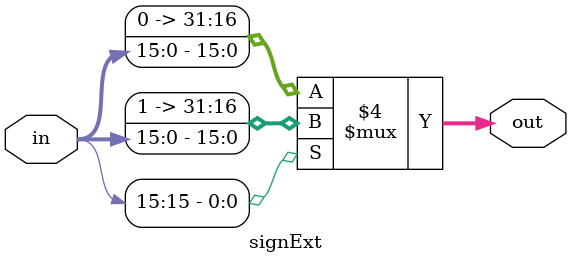
<source format=v>
/*
* signExt is a module to sign extend a 16 bit integer value into a 32 bit value.
*
* Input:
*     in (16bit) - The value to extend.
* 
* Output:
*     out (32bit) - The sign extended value.
*/
module signExt (input [15:0] in,
                output reg [31:0] out);
  
    always @ (in) begin
        if (in[15] == 1'b1)
            out = {16'b1111111111111111, in};
        else
            out = {16'b0000000000000000, in};
    end

endmodule
</source>
